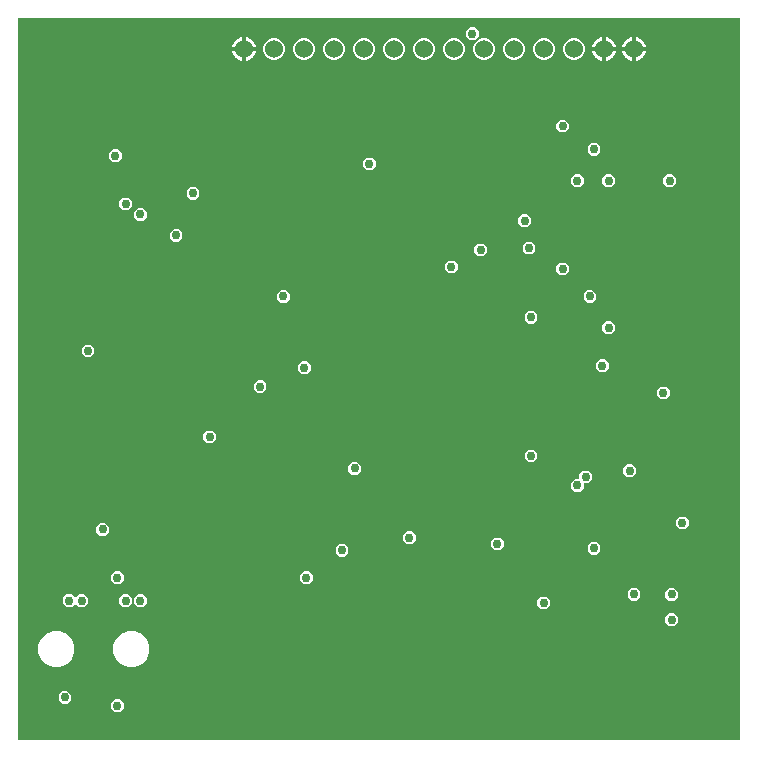
<source format=gbr>
G04 EAGLE Gerber RS-274X export*
G75*
%MOMM*%
%FSLAX34Y34*%
%LPD*%
%INCopper Layer 2*%
%IPPOS*%
%AMOC8*
5,1,8,0,0,1.08239X$1,22.5*%
G01*
%ADD10C,1.524000*%
%ADD11C,0.756400*%

G36*
X622320Y11942D02*
X622320Y11942D01*
X622339Y11940D01*
X622441Y11962D01*
X622543Y11979D01*
X622560Y11988D01*
X622580Y11992D01*
X622669Y12045D01*
X622760Y12094D01*
X622774Y12108D01*
X622791Y12118D01*
X622858Y12197D01*
X622930Y12272D01*
X622938Y12290D01*
X622951Y12305D01*
X622990Y12401D01*
X623033Y12495D01*
X623035Y12515D01*
X623043Y12533D01*
X623061Y12700D01*
X623061Y622300D01*
X623058Y622320D01*
X623060Y622339D01*
X623038Y622441D01*
X623022Y622543D01*
X623012Y622560D01*
X623008Y622580D01*
X622955Y622669D01*
X622906Y622760D01*
X622892Y622774D01*
X622882Y622791D01*
X622803Y622858D01*
X622728Y622930D01*
X622710Y622938D01*
X622695Y622951D01*
X622599Y622990D01*
X622505Y623033D01*
X622485Y623035D01*
X622467Y623043D01*
X622300Y623061D01*
X12700Y623061D01*
X12680Y623058D01*
X12661Y623060D01*
X12559Y623038D01*
X12457Y623022D01*
X12440Y623012D01*
X12420Y623008D01*
X12331Y622955D01*
X12240Y622906D01*
X12226Y622892D01*
X12209Y622882D01*
X12142Y622803D01*
X12071Y622728D01*
X12062Y622710D01*
X12049Y622695D01*
X12010Y622599D01*
X11967Y622505D01*
X11965Y622485D01*
X11957Y622467D01*
X11939Y622300D01*
X11939Y12700D01*
X11942Y12680D01*
X11940Y12661D01*
X11962Y12559D01*
X11979Y12457D01*
X11988Y12440D01*
X11992Y12420D01*
X12045Y12331D01*
X12094Y12240D01*
X12108Y12226D01*
X12118Y12209D01*
X12197Y12142D01*
X12272Y12071D01*
X12290Y12062D01*
X12305Y12049D01*
X12401Y12010D01*
X12495Y11967D01*
X12515Y11965D01*
X12533Y11957D01*
X12700Y11939D01*
X622300Y11939D01*
X622320Y11942D01*
G37*
%LPC*%
G36*
X41414Y73639D02*
X41414Y73639D01*
X35805Y75963D01*
X31513Y80255D01*
X29189Y85864D01*
X29189Y91936D01*
X31513Y97545D01*
X35805Y101837D01*
X41414Y104161D01*
X47486Y104161D01*
X53095Y101837D01*
X57387Y97545D01*
X59711Y91936D01*
X59711Y85864D01*
X57387Y80255D01*
X53095Y75963D01*
X47486Y73639D01*
X41414Y73639D01*
G37*
%LPD*%
%LPC*%
G36*
X104914Y73639D02*
X104914Y73639D01*
X99305Y75963D01*
X95013Y80255D01*
X92689Y85864D01*
X92689Y91936D01*
X95013Y97545D01*
X99305Y101837D01*
X104914Y104161D01*
X110986Y104161D01*
X116595Y101837D01*
X120887Y97545D01*
X123211Y91936D01*
X123211Y85864D01*
X120887Y80255D01*
X116595Y75963D01*
X110986Y73639D01*
X104914Y73639D01*
G37*
%LPD*%
%LPC*%
G36*
X252181Y587755D02*
X252181Y587755D01*
X248820Y589147D01*
X246247Y591720D01*
X244855Y595081D01*
X244855Y598719D01*
X246247Y602080D01*
X248820Y604653D01*
X252181Y606045D01*
X255819Y606045D01*
X259180Y604653D01*
X261753Y602080D01*
X263145Y598719D01*
X263145Y595081D01*
X261753Y591720D01*
X259180Y589147D01*
X255819Y587755D01*
X252181Y587755D01*
G37*
%LPD*%
%LPC*%
G36*
X480781Y587755D02*
X480781Y587755D01*
X477420Y589147D01*
X474847Y591720D01*
X473455Y595081D01*
X473455Y598719D01*
X474847Y602080D01*
X477420Y604653D01*
X480781Y606045D01*
X484419Y606045D01*
X487780Y604653D01*
X490353Y602080D01*
X491745Y598719D01*
X491745Y595081D01*
X490353Y591720D01*
X487780Y589147D01*
X484419Y587755D01*
X480781Y587755D01*
G37*
%LPD*%
%LPC*%
G36*
X277581Y587755D02*
X277581Y587755D01*
X274220Y589147D01*
X271647Y591720D01*
X270255Y595081D01*
X270255Y598719D01*
X271647Y602080D01*
X274220Y604653D01*
X277581Y606045D01*
X281219Y606045D01*
X284580Y604653D01*
X287153Y602080D01*
X288545Y598719D01*
X288545Y595081D01*
X287153Y591720D01*
X284580Y589147D01*
X281219Y587755D01*
X277581Y587755D01*
G37*
%LPD*%
%LPC*%
G36*
X302981Y587755D02*
X302981Y587755D01*
X299620Y589147D01*
X297047Y591720D01*
X295655Y595081D01*
X295655Y598719D01*
X297047Y602080D01*
X299620Y604653D01*
X302981Y606045D01*
X306619Y606045D01*
X309980Y604653D01*
X312553Y602080D01*
X313945Y598719D01*
X313945Y595081D01*
X312553Y591720D01*
X309980Y589147D01*
X306619Y587755D01*
X302981Y587755D01*
G37*
%LPD*%
%LPC*%
G36*
X328381Y587755D02*
X328381Y587755D01*
X325020Y589147D01*
X322447Y591720D01*
X321055Y595081D01*
X321055Y598719D01*
X322447Y602080D01*
X325020Y604653D01*
X328381Y606045D01*
X332019Y606045D01*
X335380Y604653D01*
X337953Y602080D01*
X339345Y598719D01*
X339345Y595081D01*
X337953Y591720D01*
X335380Y589147D01*
X332019Y587755D01*
X328381Y587755D01*
G37*
%LPD*%
%LPC*%
G36*
X379181Y587755D02*
X379181Y587755D01*
X375820Y589147D01*
X373247Y591720D01*
X371855Y595081D01*
X371855Y598719D01*
X373247Y602080D01*
X375820Y604653D01*
X379181Y606045D01*
X382819Y606045D01*
X386180Y604653D01*
X388753Y602080D01*
X390145Y598719D01*
X390145Y595081D01*
X388753Y591720D01*
X386180Y589147D01*
X382819Y587755D01*
X379181Y587755D01*
G37*
%LPD*%
%LPC*%
G36*
X226781Y587755D02*
X226781Y587755D01*
X223420Y589147D01*
X220847Y591720D01*
X219455Y595081D01*
X219455Y598719D01*
X220847Y602080D01*
X223420Y604653D01*
X226781Y606045D01*
X230419Y606045D01*
X233780Y604653D01*
X236353Y602080D01*
X237745Y598719D01*
X237745Y595081D01*
X236353Y591720D01*
X233780Y589147D01*
X230419Y587755D01*
X226781Y587755D01*
G37*
%LPD*%
%LPC*%
G36*
X353781Y587755D02*
X353781Y587755D01*
X350420Y589147D01*
X347847Y591720D01*
X346455Y595081D01*
X346455Y598719D01*
X347847Y602080D01*
X350420Y604653D01*
X353781Y606045D01*
X357419Y606045D01*
X360780Y604653D01*
X363353Y602080D01*
X364745Y598719D01*
X364745Y595081D01*
X363353Y591720D01*
X360780Y589147D01*
X357419Y587755D01*
X353781Y587755D01*
G37*
%LPD*%
%LPC*%
G36*
X455381Y587755D02*
X455381Y587755D01*
X452020Y589147D01*
X449447Y591720D01*
X448055Y595081D01*
X448055Y598719D01*
X449447Y602080D01*
X452020Y604653D01*
X455381Y606045D01*
X459019Y606045D01*
X462380Y604653D01*
X464953Y602080D01*
X466345Y598719D01*
X466345Y595081D01*
X464953Y591720D01*
X462380Y589147D01*
X459019Y587755D01*
X455381Y587755D01*
G37*
%LPD*%
%LPC*%
G36*
X429981Y587755D02*
X429981Y587755D01*
X426620Y589147D01*
X424047Y591720D01*
X422655Y595081D01*
X422655Y598719D01*
X424047Y602080D01*
X426620Y604653D01*
X429981Y606045D01*
X433619Y606045D01*
X436980Y604653D01*
X439553Y602080D01*
X440945Y598719D01*
X440945Y595081D01*
X439553Y591720D01*
X436980Y589147D01*
X433619Y587755D01*
X429981Y587755D01*
G37*
%LPD*%
%LPC*%
G36*
X404581Y587755D02*
X404581Y587755D01*
X401220Y589147D01*
X398647Y591720D01*
X397255Y595081D01*
X397255Y598719D01*
X398647Y602080D01*
X401220Y604653D01*
X404581Y606045D01*
X408219Y606045D01*
X411580Y604653D01*
X414153Y602080D01*
X415545Y598719D01*
X415545Y595081D01*
X414153Y591720D01*
X411580Y589147D01*
X408219Y587755D01*
X404581Y587755D01*
G37*
%LPD*%
%LPC*%
G36*
X52920Y124487D02*
X52920Y124487D01*
X49811Y127596D01*
X49811Y131992D01*
X52920Y135101D01*
X57316Y135101D01*
X59914Y132503D01*
X59930Y132492D01*
X59942Y132476D01*
X60030Y132420D01*
X60113Y132360D01*
X60132Y132354D01*
X60149Y132343D01*
X60250Y132318D01*
X60349Y132287D01*
X60368Y132288D01*
X60388Y132283D01*
X60491Y132291D01*
X60594Y132294D01*
X60613Y132300D01*
X60633Y132302D01*
X60728Y132342D01*
X60825Y132378D01*
X60841Y132391D01*
X60859Y132398D01*
X60990Y132503D01*
X63588Y135101D01*
X67984Y135101D01*
X71093Y131992D01*
X71093Y127596D01*
X67984Y124487D01*
X63588Y124487D01*
X60990Y127085D01*
X60974Y127096D01*
X60962Y127112D01*
X60874Y127168D01*
X60791Y127228D01*
X60772Y127234D01*
X60755Y127245D01*
X60654Y127270D01*
X60555Y127301D01*
X60536Y127300D01*
X60516Y127305D01*
X60413Y127297D01*
X60310Y127294D01*
X60291Y127288D01*
X60271Y127286D01*
X60176Y127246D01*
X60079Y127210D01*
X60063Y127197D01*
X60045Y127190D01*
X59914Y127085D01*
X57316Y124487D01*
X52920Y124487D01*
G37*
%LPD*%
%LPC*%
G36*
X483196Y222277D02*
X483196Y222277D01*
X480087Y225386D01*
X480087Y229782D01*
X483196Y232891D01*
X486438Y232891D01*
X486458Y232894D01*
X486477Y232892D01*
X486579Y232914D01*
X486681Y232930D01*
X486698Y232940D01*
X486718Y232944D01*
X486807Y232997D01*
X486898Y233046D01*
X486912Y233060D01*
X486929Y233070D01*
X486996Y233149D01*
X487068Y233224D01*
X487076Y233242D01*
X487089Y233257D01*
X487128Y233353D01*
X487171Y233447D01*
X487173Y233467D01*
X487181Y233485D01*
X487199Y233652D01*
X487199Y236894D01*
X490308Y240003D01*
X494704Y240003D01*
X497813Y236894D01*
X497813Y232498D01*
X494704Y229389D01*
X491462Y229389D01*
X491442Y229386D01*
X491423Y229388D01*
X491321Y229366D01*
X491219Y229350D01*
X491202Y229340D01*
X491182Y229336D01*
X491093Y229283D01*
X491002Y229234D01*
X490988Y229220D01*
X490971Y229210D01*
X490904Y229131D01*
X490832Y229056D01*
X490824Y229038D01*
X490811Y229023D01*
X490772Y228927D01*
X490729Y228833D01*
X490727Y228813D01*
X490719Y228795D01*
X490701Y228628D01*
X490701Y225386D01*
X487592Y222277D01*
X483196Y222277D01*
G37*
%LPD*%
%LPC*%
G36*
X438746Y446305D02*
X438746Y446305D01*
X435637Y449414D01*
X435637Y453810D01*
X438746Y456919D01*
X443142Y456919D01*
X446251Y453810D01*
X446251Y449414D01*
X443142Y446305D01*
X438746Y446305D01*
G37*
%LPD*%
%LPC*%
G36*
X509866Y355627D02*
X509866Y355627D01*
X506757Y358736D01*
X506757Y363132D01*
X509866Y366241D01*
X514262Y366241D01*
X517371Y363132D01*
X517371Y358736D01*
X514262Y355627D01*
X509866Y355627D01*
G37*
%LPD*%
%LPC*%
G36*
X49364Y42699D02*
X49364Y42699D01*
X46255Y45808D01*
X46255Y50204D01*
X49364Y53313D01*
X53760Y53313D01*
X56869Y50204D01*
X56869Y45808D01*
X53760Y42699D01*
X49364Y42699D01*
G37*
%LPD*%
%LPC*%
G36*
X394296Y604547D02*
X394296Y604547D01*
X391187Y607656D01*
X391187Y612052D01*
X394296Y615161D01*
X398692Y615161D01*
X401801Y612052D01*
X401801Y607656D01*
X398692Y604547D01*
X394296Y604547D01*
G37*
%LPD*%
%LPC*%
G36*
X563206Y108485D02*
X563206Y108485D01*
X560097Y111594D01*
X560097Y115990D01*
X563206Y119099D01*
X567602Y119099D01*
X570711Y115990D01*
X570711Y111594D01*
X567602Y108485D01*
X563206Y108485D01*
G37*
%LPD*%
%LPC*%
G36*
X454748Y122709D02*
X454748Y122709D01*
X451639Y125818D01*
X451639Y130214D01*
X454748Y133323D01*
X459144Y133323D01*
X462253Y130214D01*
X462253Y125818D01*
X459144Y122709D01*
X454748Y122709D01*
G37*
%LPD*%
%LPC*%
G36*
X100926Y124487D02*
X100926Y124487D01*
X97817Y127596D01*
X97817Y131992D01*
X100926Y135101D01*
X105322Y135101D01*
X108431Y131992D01*
X108431Y127596D01*
X105322Y124487D01*
X100926Y124487D01*
G37*
%LPD*%
%LPC*%
G36*
X113372Y124487D02*
X113372Y124487D01*
X110263Y127596D01*
X110263Y131992D01*
X113372Y135101D01*
X117768Y135101D01*
X120877Y131992D01*
X120877Y127596D01*
X117768Y124487D01*
X113372Y124487D01*
G37*
%LPD*%
%LPC*%
G36*
X531202Y129821D02*
X531202Y129821D01*
X528093Y132930D01*
X528093Y137326D01*
X531202Y140435D01*
X535598Y140435D01*
X538707Y137326D01*
X538707Y132930D01*
X535598Y129821D01*
X531202Y129821D01*
G37*
%LPD*%
%LPC*%
G36*
X563206Y129821D02*
X563206Y129821D01*
X560097Y132930D01*
X560097Y137326D01*
X563206Y140435D01*
X567602Y140435D01*
X570711Y137326D01*
X570711Y132930D01*
X567602Y129821D01*
X563206Y129821D01*
G37*
%LPD*%
%LPC*%
G36*
X93814Y144045D02*
X93814Y144045D01*
X90705Y147154D01*
X90705Y151550D01*
X93814Y154659D01*
X98210Y154659D01*
X101319Y151550D01*
X101319Y147154D01*
X98210Y144045D01*
X93814Y144045D01*
G37*
%LPD*%
%LPC*%
G36*
X253834Y144045D02*
X253834Y144045D01*
X250725Y147154D01*
X250725Y151550D01*
X253834Y154659D01*
X258230Y154659D01*
X261339Y151550D01*
X261339Y147154D01*
X258230Y144045D01*
X253834Y144045D01*
G37*
%LPD*%
%LPC*%
G36*
X470750Y526315D02*
X470750Y526315D01*
X467641Y529424D01*
X467641Y533820D01*
X470750Y536929D01*
X475146Y536929D01*
X478255Y533820D01*
X478255Y529424D01*
X475146Y526315D01*
X470750Y526315D01*
G37*
%LPD*%
%LPC*%
G36*
X497420Y506757D02*
X497420Y506757D01*
X494311Y509866D01*
X494311Y514262D01*
X497420Y517371D01*
X501816Y517371D01*
X504925Y514262D01*
X504925Y509866D01*
X501816Y506757D01*
X497420Y506757D01*
G37*
%LPD*%
%LPC*%
G36*
X92036Y501423D02*
X92036Y501423D01*
X88927Y504532D01*
X88927Y508928D01*
X92036Y512037D01*
X96432Y512037D01*
X99541Y508928D01*
X99541Y504532D01*
X96432Y501423D01*
X92036Y501423D01*
G37*
%LPD*%
%LPC*%
G36*
X307174Y494311D02*
X307174Y494311D01*
X304065Y497420D01*
X304065Y501816D01*
X307174Y504925D01*
X311570Y504925D01*
X314679Y501816D01*
X314679Y497420D01*
X311570Y494311D01*
X307174Y494311D01*
G37*
%LPD*%
%LPC*%
G36*
X561428Y480087D02*
X561428Y480087D01*
X558319Y483196D01*
X558319Y487592D01*
X561428Y490701D01*
X565824Y490701D01*
X568933Y487592D01*
X568933Y483196D01*
X565824Y480087D01*
X561428Y480087D01*
G37*
%LPD*%
%LPC*%
G36*
X509866Y480087D02*
X509866Y480087D01*
X506757Y483196D01*
X506757Y487592D01*
X509866Y490701D01*
X514262Y490701D01*
X517371Y487592D01*
X517371Y483196D01*
X514262Y480087D01*
X509866Y480087D01*
G37*
%LPD*%
%LPC*%
G36*
X483196Y480087D02*
X483196Y480087D01*
X480087Y483196D01*
X480087Y487592D01*
X483196Y490701D01*
X487592Y490701D01*
X490701Y487592D01*
X490701Y483196D01*
X487592Y480087D01*
X483196Y480087D01*
G37*
%LPD*%
%LPC*%
G36*
X157822Y469419D02*
X157822Y469419D01*
X154713Y472528D01*
X154713Y476924D01*
X157822Y480033D01*
X162218Y480033D01*
X165327Y476924D01*
X165327Y472528D01*
X162218Y469419D01*
X157822Y469419D01*
G37*
%LPD*%
%LPC*%
G36*
X100926Y460529D02*
X100926Y460529D01*
X97817Y463638D01*
X97817Y468034D01*
X100926Y471143D01*
X105322Y471143D01*
X108431Y468034D01*
X108431Y463638D01*
X105322Y460529D01*
X100926Y460529D01*
G37*
%LPD*%
%LPC*%
G36*
X113372Y451639D02*
X113372Y451639D01*
X110263Y454748D01*
X110263Y459144D01*
X113372Y462253D01*
X117768Y462253D01*
X120877Y459144D01*
X120877Y454748D01*
X117768Y451639D01*
X113372Y451639D01*
G37*
%LPD*%
%LPC*%
G36*
X284060Y167159D02*
X284060Y167159D01*
X280951Y170268D01*
X280951Y174664D01*
X284060Y177773D01*
X288456Y177773D01*
X291565Y174664D01*
X291565Y170268D01*
X288456Y167159D01*
X284060Y167159D01*
G37*
%LPD*%
%LPC*%
G36*
X143598Y433859D02*
X143598Y433859D01*
X140489Y436968D01*
X140489Y441364D01*
X143598Y444473D01*
X147994Y444473D01*
X151103Y441364D01*
X151103Y436968D01*
X147994Y433859D01*
X143598Y433859D01*
G37*
%LPD*%
%LPC*%
G36*
X442302Y423191D02*
X442302Y423191D01*
X439193Y426300D01*
X439193Y430696D01*
X442302Y433805D01*
X446698Y433805D01*
X449807Y430696D01*
X449807Y426300D01*
X446698Y423191D01*
X442302Y423191D01*
G37*
%LPD*%
%LPC*%
G36*
X401408Y421413D02*
X401408Y421413D01*
X398299Y424522D01*
X398299Y428918D01*
X401408Y432027D01*
X405804Y432027D01*
X408913Y428918D01*
X408913Y424522D01*
X405804Y421413D01*
X401408Y421413D01*
G37*
%LPD*%
%LPC*%
G36*
X376516Y407189D02*
X376516Y407189D01*
X373407Y410298D01*
X373407Y414694D01*
X376516Y417803D01*
X380912Y417803D01*
X384021Y414694D01*
X384021Y410298D01*
X380912Y407189D01*
X376516Y407189D01*
G37*
%LPD*%
%LPC*%
G36*
X470750Y405411D02*
X470750Y405411D01*
X467641Y408520D01*
X467641Y412916D01*
X470750Y416025D01*
X475146Y416025D01*
X478255Y412916D01*
X478255Y408520D01*
X475146Y405411D01*
X470750Y405411D01*
G37*
%LPD*%
%LPC*%
G36*
X493864Y382297D02*
X493864Y382297D01*
X490755Y385406D01*
X490755Y389802D01*
X493864Y392911D01*
X498260Y392911D01*
X501369Y389802D01*
X501369Y385406D01*
X498260Y382297D01*
X493864Y382297D01*
G37*
%LPD*%
%LPC*%
G36*
X234276Y382297D02*
X234276Y382297D01*
X231167Y385406D01*
X231167Y389802D01*
X234276Y392911D01*
X238672Y392911D01*
X241781Y389802D01*
X241781Y385406D01*
X238672Y382297D01*
X234276Y382297D01*
G37*
%LPD*%
%LPC*%
G36*
X444080Y364517D02*
X444080Y364517D01*
X440971Y367626D01*
X440971Y372022D01*
X444080Y375131D01*
X448476Y375131D01*
X451585Y372022D01*
X451585Y367626D01*
X448476Y364517D01*
X444080Y364517D01*
G37*
%LPD*%
%LPC*%
G36*
X93814Y35587D02*
X93814Y35587D01*
X90705Y38696D01*
X90705Y43092D01*
X93814Y46201D01*
X98210Y46201D01*
X101319Y43092D01*
X101319Y38696D01*
X98210Y35587D01*
X93814Y35587D01*
G37*
%LPD*%
%LPC*%
G36*
X68922Y336069D02*
X68922Y336069D01*
X65813Y339178D01*
X65813Y343574D01*
X68922Y346683D01*
X73318Y346683D01*
X76427Y343574D01*
X76427Y339178D01*
X73318Y336069D01*
X68922Y336069D01*
G37*
%LPD*%
%LPC*%
G36*
X504532Y323623D02*
X504532Y323623D01*
X501423Y326732D01*
X501423Y331128D01*
X504532Y334237D01*
X508928Y334237D01*
X512037Y331128D01*
X512037Y326732D01*
X508928Y323623D01*
X504532Y323623D01*
G37*
%LPD*%
%LPC*%
G36*
X252056Y321845D02*
X252056Y321845D01*
X248947Y324954D01*
X248947Y329350D01*
X252056Y332459D01*
X256452Y332459D01*
X259561Y329350D01*
X259561Y324954D01*
X256452Y321845D01*
X252056Y321845D01*
G37*
%LPD*%
%LPC*%
G36*
X214718Y305843D02*
X214718Y305843D01*
X211609Y308952D01*
X211609Y313348D01*
X214718Y316457D01*
X219114Y316457D01*
X222223Y313348D01*
X222223Y308952D01*
X219114Y305843D01*
X214718Y305843D01*
G37*
%LPD*%
%LPC*%
G36*
X556094Y300509D02*
X556094Y300509D01*
X552985Y303618D01*
X552985Y308014D01*
X556094Y311123D01*
X560490Y311123D01*
X563599Y308014D01*
X563599Y303618D01*
X560490Y300509D01*
X556094Y300509D01*
G37*
%LPD*%
%LPC*%
G36*
X172046Y263171D02*
X172046Y263171D01*
X168937Y266280D01*
X168937Y270676D01*
X172046Y273785D01*
X176442Y273785D01*
X179551Y270676D01*
X179551Y266280D01*
X176442Y263171D01*
X172046Y263171D01*
G37*
%LPD*%
%LPC*%
G36*
X444080Y247169D02*
X444080Y247169D01*
X440971Y250278D01*
X440971Y254674D01*
X444080Y257783D01*
X448476Y257783D01*
X451585Y254674D01*
X451585Y250278D01*
X448476Y247169D01*
X444080Y247169D01*
G37*
%LPD*%
%LPC*%
G36*
X294728Y236501D02*
X294728Y236501D01*
X291619Y239610D01*
X291619Y244006D01*
X294728Y247115D01*
X299124Y247115D01*
X302233Y244006D01*
X302233Y239610D01*
X299124Y236501D01*
X294728Y236501D01*
G37*
%LPD*%
%LPC*%
G36*
X527646Y234723D02*
X527646Y234723D01*
X524537Y237832D01*
X524537Y242228D01*
X527646Y245337D01*
X532042Y245337D01*
X535151Y242228D01*
X535151Y237832D01*
X532042Y234723D01*
X527646Y234723D01*
G37*
%LPD*%
%LPC*%
G36*
X497420Y168937D02*
X497420Y168937D01*
X494311Y172046D01*
X494311Y176442D01*
X497420Y179551D01*
X501816Y179551D01*
X504925Y176442D01*
X504925Y172046D01*
X501816Y168937D01*
X497420Y168937D01*
G37*
%LPD*%
%LPC*%
G36*
X572096Y190273D02*
X572096Y190273D01*
X568987Y193382D01*
X568987Y197778D01*
X572096Y200887D01*
X576492Y200887D01*
X579601Y197778D01*
X579601Y193382D01*
X576492Y190273D01*
X572096Y190273D01*
G37*
%LPD*%
%LPC*%
G36*
X81368Y184939D02*
X81368Y184939D01*
X78259Y188048D01*
X78259Y192444D01*
X81368Y195553D01*
X85764Y195553D01*
X88873Y192444D01*
X88873Y188048D01*
X85764Y184939D01*
X81368Y184939D01*
G37*
%LPD*%
%LPC*%
G36*
X340956Y177827D02*
X340956Y177827D01*
X337847Y180936D01*
X337847Y185332D01*
X340956Y188441D01*
X345352Y188441D01*
X348461Y185332D01*
X348461Y180936D01*
X345352Y177827D01*
X340956Y177827D01*
G37*
%LPD*%
%LPC*%
G36*
X415632Y172493D02*
X415632Y172493D01*
X412523Y175602D01*
X412523Y179998D01*
X415632Y183107D01*
X420028Y183107D01*
X423137Y179998D01*
X423137Y175602D01*
X420028Y172493D01*
X415632Y172493D01*
G37*
%LPD*%
%LPC*%
G36*
X204723Y598423D02*
X204723Y598423D01*
X204723Y606946D01*
X205579Y606811D01*
X207100Y606316D01*
X208525Y605590D01*
X209819Y604650D01*
X210950Y603519D01*
X211890Y602225D01*
X212616Y600800D01*
X213111Y599279D01*
X213246Y598423D01*
X204723Y598423D01*
G37*
%LPD*%
%LPC*%
G36*
X509523Y598423D02*
X509523Y598423D01*
X509523Y606946D01*
X510379Y606811D01*
X511900Y606316D01*
X513325Y605590D01*
X514619Y604650D01*
X515750Y603519D01*
X516690Y602225D01*
X517416Y600800D01*
X517911Y599279D01*
X518046Y598423D01*
X509523Y598423D01*
G37*
%LPD*%
%LPC*%
G36*
X534923Y598423D02*
X534923Y598423D01*
X534923Y606946D01*
X535779Y606811D01*
X537300Y606316D01*
X538725Y605590D01*
X540019Y604650D01*
X541150Y603519D01*
X542090Y602225D01*
X542816Y600800D01*
X543311Y599279D01*
X543446Y598423D01*
X534923Y598423D01*
G37*
%LPD*%
%LPC*%
G36*
X204723Y595377D02*
X204723Y595377D01*
X213246Y595377D01*
X213111Y594521D01*
X212616Y593000D01*
X211890Y591575D01*
X210950Y590281D01*
X209819Y589150D01*
X208525Y588210D01*
X207100Y587484D01*
X205579Y586989D01*
X204723Y586854D01*
X204723Y595377D01*
G37*
%LPD*%
%LPC*%
G36*
X193154Y598423D02*
X193154Y598423D01*
X193289Y599279D01*
X193784Y600800D01*
X194510Y602225D01*
X195450Y603519D01*
X196581Y604650D01*
X197875Y605590D01*
X199300Y606316D01*
X200821Y606811D01*
X201677Y606946D01*
X201677Y598423D01*
X193154Y598423D01*
G37*
%LPD*%
%LPC*%
G36*
X509523Y595377D02*
X509523Y595377D01*
X518046Y595377D01*
X517911Y594521D01*
X517416Y593000D01*
X516690Y591575D01*
X515750Y590281D01*
X514619Y589150D01*
X513325Y588210D01*
X511900Y587484D01*
X510379Y586989D01*
X509523Y586854D01*
X509523Y595377D01*
G37*
%LPD*%
%LPC*%
G36*
X497954Y598423D02*
X497954Y598423D01*
X498089Y599279D01*
X498584Y600800D01*
X499310Y602225D01*
X500250Y603519D01*
X501381Y604650D01*
X502675Y605590D01*
X504100Y606316D01*
X505621Y606811D01*
X506477Y606946D01*
X506477Y598423D01*
X497954Y598423D01*
G37*
%LPD*%
%LPC*%
G36*
X534923Y595377D02*
X534923Y595377D01*
X543446Y595377D01*
X543311Y594521D01*
X542816Y593000D01*
X542090Y591575D01*
X541150Y590281D01*
X540019Y589150D01*
X538725Y588210D01*
X537300Y587484D01*
X535779Y586989D01*
X534923Y586854D01*
X534923Y595377D01*
G37*
%LPD*%
%LPC*%
G36*
X523354Y598423D02*
X523354Y598423D01*
X523489Y599279D01*
X523984Y600800D01*
X524710Y602225D01*
X525650Y603519D01*
X526781Y604650D01*
X528075Y605590D01*
X529500Y606316D01*
X531021Y606811D01*
X531877Y606946D01*
X531877Y598423D01*
X523354Y598423D01*
G37*
%LPD*%
%LPC*%
G36*
X200821Y586989D02*
X200821Y586989D01*
X199300Y587484D01*
X197875Y588210D01*
X196581Y589150D01*
X195450Y590281D01*
X194510Y591575D01*
X193784Y593000D01*
X193289Y594521D01*
X193154Y595377D01*
X201677Y595377D01*
X201677Y586854D01*
X200821Y586989D01*
G37*
%LPD*%
%LPC*%
G36*
X531021Y586989D02*
X531021Y586989D01*
X529500Y587484D01*
X528075Y588210D01*
X526781Y589150D01*
X525650Y590281D01*
X524710Y591575D01*
X523984Y593000D01*
X523489Y594521D01*
X523354Y595377D01*
X531877Y595377D01*
X531877Y586854D01*
X531021Y586989D01*
G37*
%LPD*%
%LPC*%
G36*
X505621Y586989D02*
X505621Y586989D01*
X504100Y587484D01*
X502675Y588210D01*
X501381Y589150D01*
X500250Y590281D01*
X499310Y591575D01*
X498584Y593000D01*
X498089Y594521D01*
X497954Y595377D01*
X506477Y595377D01*
X506477Y586854D01*
X505621Y586989D01*
G37*
%LPD*%
%LPC*%
G36*
X507999Y596899D02*
X507999Y596899D01*
X507999Y596901D01*
X508001Y596901D01*
X508001Y596899D01*
X507999Y596899D01*
G37*
%LPD*%
%LPC*%
G36*
X533399Y596899D02*
X533399Y596899D01*
X533399Y596901D01*
X533401Y596901D01*
X533401Y596899D01*
X533399Y596899D01*
G37*
%LPD*%
%LPC*%
G36*
X203199Y596899D02*
X203199Y596899D01*
X203199Y596901D01*
X203201Y596901D01*
X203201Y596899D01*
X203199Y596899D01*
G37*
%LPD*%
D10*
X203200Y596900D03*
X228600Y596900D03*
X254000Y596900D03*
X279400Y596900D03*
X304800Y596900D03*
X330200Y596900D03*
X355600Y596900D03*
X381000Y596900D03*
X406400Y596900D03*
X431800Y596900D03*
X457200Y596900D03*
X482600Y596900D03*
X508000Y596900D03*
X533400Y596900D03*
D11*
X453390Y387604D03*
X464058Y398272D03*
X112014Y513842D03*
X376936Y464058D03*
X236474Y387604D03*
X444500Y428498D03*
X440944Y451612D03*
X472948Y410718D03*
X574294Y195580D03*
X529844Y240030D03*
X286258Y172466D03*
X456946Y128016D03*
X496062Y387604D03*
X533400Y135128D03*
X55118Y129794D03*
X512064Y485394D03*
X96012Y40894D03*
X115570Y129794D03*
X563626Y485394D03*
X65786Y129794D03*
X71120Y341376D03*
X83566Y190246D03*
X403606Y426720D03*
X378714Y412496D03*
X565404Y135128D03*
X565404Y113792D03*
X103124Y129794D03*
X485394Y227584D03*
X446278Y252476D03*
X446278Y369824D03*
X160020Y474726D03*
X254254Y327152D03*
X499618Y174244D03*
X417830Y177800D03*
X492506Y234696D03*
X96012Y149352D03*
X256032Y149352D03*
X94234Y506730D03*
X115570Y456946D03*
X145796Y439166D03*
X51562Y48006D03*
X343154Y183134D03*
X296926Y241808D03*
X103124Y465836D03*
X174244Y268478D03*
X216916Y311150D03*
X396494Y609854D03*
X485394Y485394D03*
X499618Y512064D03*
X558292Y305816D03*
X506730Y328930D03*
X309372Y499618D03*
X472948Y531622D03*
X512064Y360934D03*
M02*

</source>
